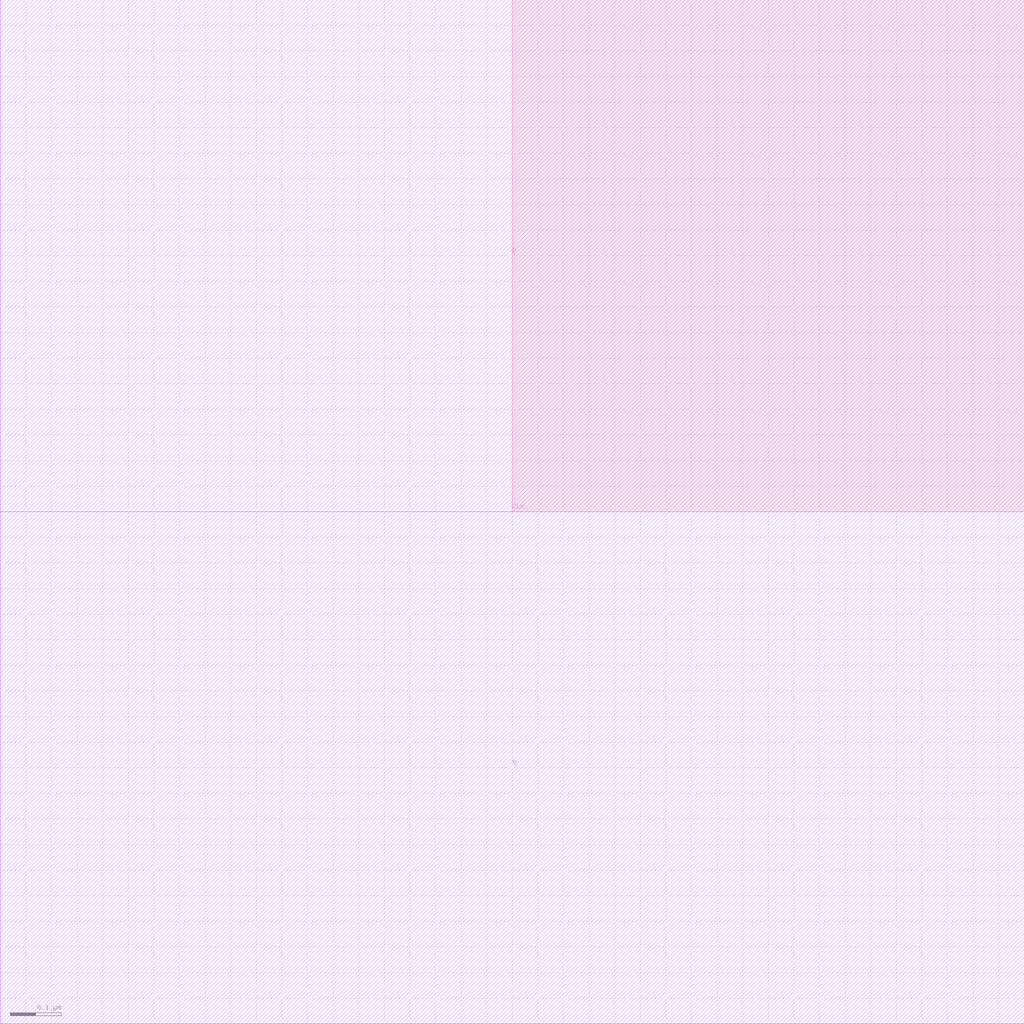
<source format=lef>
VERSION 5.8 ;
BUSBITCHARS "[]" ;
DIVIDERCHAR "/" ;

MACRO FF
  ORIGIN 0 0 ;
  SIZE 1.00 BY 1.00 ;
  PIN D
    DIRECTION INPUT ;
    USE SIGNAL ;
    PORT 
      LAYER M1 ;
        RECT -1 0 1 1 ;
    END
  END D
  PIN Q
    DIRECTION OUTPUT ;
    USE SIGNAL ;
    PORT
      LAYER M1 ;
        RECT -1 -1 1 0 ;
    END
  END Q
  PIN CLK
    DIRECTION INPUT ;
    USE CLOCK ;
    PORT
      LAYER M1 ;
        RECT -1 -1 1 1 ;
    END
  END CLK
END FF

</source>
